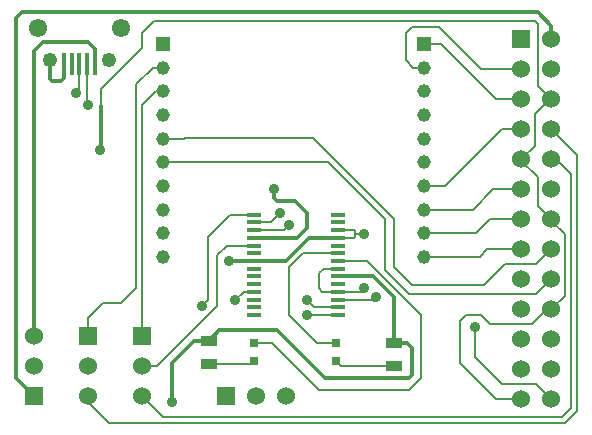
<source format=gtl>
G04 (created by PCBNEW (2013-jul-07)-stable) date ma 14. heinäkuuta 2014 13.19.26*
%MOIN*%
G04 Gerber Fmt 3.4, Leading zero omitted, Abs format*
%FSLAX34Y34*%
G01*
G70*
G90*
G04 APERTURE LIST*
%ADD10C,0.00590551*%
%ADD11R,0.05X0.016*%
%ADD12R,0.06X0.06*%
%ADD13C,0.06*%
%ADD14C,0.0453*%
%ADD15R,0.0453X0.0453*%
%ADD16R,0.055X0.035*%
%ADD17R,0.0314X0.0314*%
%ADD18R,0.0157X0.0728*%
%ADD19C,0.0492*%
%ADD20C,0.061*%
%ADD21C,0.035*%
%ADD22C,0.012*%
%ADD23C,0.008*%
G04 APERTURE END LIST*
G54D10*
G54D11*
X29850Y-16850D03*
X29850Y-17100D03*
X29850Y-17360D03*
X29850Y-17620D03*
X29850Y-17870D03*
X29850Y-18130D03*
X29850Y-18390D03*
X29850Y-18640D03*
X29850Y-18900D03*
X29850Y-19150D03*
X29850Y-19410D03*
X29850Y-19670D03*
X29850Y-19920D03*
X29850Y-20180D03*
X32650Y-20180D03*
X32650Y-19920D03*
X32650Y-19680D03*
X32650Y-19410D03*
X32650Y-19150D03*
X32650Y-18900D03*
X32650Y-18640D03*
X32650Y-18390D03*
X32650Y-18130D03*
X32650Y-17870D03*
X32650Y-17620D03*
X32650Y-17360D03*
X32650Y-17100D03*
X32650Y-16850D03*
G54D12*
X22500Y-22900D03*
G54D13*
X22500Y-21900D03*
X22500Y-20900D03*
G54D12*
X26100Y-20900D03*
G54D13*
X26100Y-21900D03*
X26100Y-22900D03*
G54D12*
X24300Y-20900D03*
G54D13*
X24300Y-21900D03*
X24300Y-22900D03*
G54D12*
X38750Y-11000D03*
G54D13*
X39750Y-11000D03*
X38750Y-12000D03*
X39750Y-12000D03*
X38750Y-13000D03*
X39750Y-13000D03*
X38750Y-14000D03*
X39750Y-14000D03*
X38750Y-15000D03*
X39750Y-15000D03*
X38750Y-16000D03*
X39750Y-16000D03*
X38750Y-17000D03*
X39750Y-17000D03*
X38750Y-18000D03*
X39750Y-18000D03*
X38750Y-19000D03*
X39750Y-19000D03*
X38750Y-20000D03*
X39750Y-20000D03*
X38750Y-21000D03*
X39750Y-21000D03*
X38750Y-22000D03*
X39750Y-22000D03*
X38750Y-23000D03*
X39750Y-23000D03*
G54D14*
X26800Y-18243D03*
X26800Y-15094D03*
X26800Y-15881D03*
X26800Y-16669D03*
X26800Y-17456D03*
X26800Y-14306D03*
X26800Y-13519D03*
X26800Y-12731D03*
G54D15*
X26800Y-11157D03*
G54D14*
X26800Y-11944D03*
X35500Y-18243D03*
X35500Y-15094D03*
X35500Y-15881D03*
X35500Y-16669D03*
X35500Y-17456D03*
X35500Y-14306D03*
X35500Y-13519D03*
X35500Y-12731D03*
G54D15*
X35500Y-11157D03*
G54D14*
X35500Y-11944D03*
G54D16*
X34500Y-21125D03*
X34500Y-21875D03*
X28320Y-21055D03*
X28320Y-21805D03*
G54D17*
X32570Y-21135D03*
X32570Y-21725D03*
X29820Y-21135D03*
X29820Y-21725D03*
G54D18*
X24015Y-11810D03*
X23759Y-11810D03*
X23503Y-11810D03*
X24271Y-11810D03*
X24527Y-11810D03*
G54D19*
X23031Y-11692D03*
X24999Y-11692D03*
G54D20*
X22637Y-10629D03*
X25393Y-10629D03*
G54D12*
X28900Y-22900D03*
G54D13*
X29900Y-22900D03*
X30900Y-22900D03*
G54D21*
X30500Y-16000D03*
X33900Y-19600D03*
X27100Y-23100D03*
X37200Y-20600D03*
X24700Y-14700D03*
X33500Y-17500D03*
X33500Y-19300D03*
X29000Y-18400D03*
X28100Y-19900D03*
X31600Y-20200D03*
X23900Y-12800D03*
X29200Y-19700D03*
X31000Y-17200D03*
X30700Y-16800D03*
X24300Y-13200D03*
X31600Y-19700D03*
G54D22*
X29850Y-17620D02*
X31280Y-17620D01*
X30500Y-16300D02*
X30500Y-16000D01*
X30600Y-16400D02*
X30500Y-16300D01*
X31200Y-16400D02*
X30600Y-16400D01*
X31600Y-16800D02*
X31200Y-16400D01*
X31600Y-17300D02*
X31600Y-16800D01*
X31280Y-17620D02*
X31600Y-17300D01*
G54D23*
X32650Y-19680D02*
X33820Y-19680D01*
G54D22*
X33820Y-19680D02*
X33900Y-19600D01*
X28320Y-21055D02*
X27845Y-21055D01*
X27100Y-21800D02*
X27100Y-23100D01*
X27845Y-21055D02*
X27100Y-21800D01*
X34500Y-21125D02*
X34925Y-21125D01*
X34925Y-21125D02*
X35100Y-21300D01*
X35100Y-21300D02*
X35100Y-22200D01*
X35100Y-22200D02*
X35000Y-22300D01*
X35000Y-22300D02*
X32200Y-22300D01*
X32200Y-22300D02*
X30600Y-20700D01*
X30600Y-20700D02*
X28675Y-20700D01*
X28675Y-20700D02*
X28320Y-21055D01*
X32650Y-18900D02*
X33800Y-18900D01*
X33800Y-18900D02*
X34500Y-19600D01*
X34500Y-19600D02*
X34500Y-21125D01*
G54D23*
X35500Y-16669D02*
X37131Y-16669D01*
X37800Y-16000D02*
X38750Y-16000D01*
X37131Y-16669D02*
X37800Y-16000D01*
X35500Y-17456D02*
X37244Y-17456D01*
X37700Y-17000D02*
X38750Y-17000D01*
X37244Y-17456D02*
X37700Y-17000D01*
X35500Y-18243D02*
X37357Y-18243D01*
X37600Y-18000D02*
X38750Y-18000D01*
X37357Y-18243D02*
X37600Y-18000D01*
X35500Y-11157D02*
X36057Y-11157D01*
X37900Y-13000D02*
X38750Y-13000D01*
X36057Y-11157D02*
X37900Y-13000D01*
X38750Y-12000D02*
X37400Y-12000D01*
X35144Y-11944D02*
X35500Y-11944D01*
X34900Y-11700D02*
X35144Y-11944D01*
X34900Y-10800D02*
X34900Y-11700D01*
X35100Y-10600D02*
X34900Y-10800D01*
X36000Y-10600D02*
X35100Y-10600D01*
X37400Y-12000D02*
X36000Y-10600D01*
X26800Y-14306D02*
X27506Y-14306D01*
X39250Y-18500D02*
X39750Y-18000D01*
X38200Y-18500D02*
X39250Y-18500D01*
X37500Y-19200D02*
X38200Y-18500D01*
X35100Y-19200D02*
X37500Y-19200D01*
X34500Y-18600D02*
X35100Y-19200D01*
X34500Y-17000D02*
X34500Y-18600D01*
X31800Y-14300D02*
X34500Y-17000D01*
X27500Y-14300D02*
X31800Y-14300D01*
X27506Y-14306D02*
X27500Y-14300D01*
X35500Y-15881D02*
X36219Y-15881D01*
X38100Y-14000D02*
X38750Y-14000D01*
X36219Y-15881D02*
X38100Y-14000D01*
X39250Y-22500D02*
X39750Y-23000D01*
X38100Y-22500D02*
X39250Y-22500D01*
X37200Y-21600D02*
X38100Y-22500D01*
X37200Y-20600D02*
X37200Y-21600D01*
X26800Y-12731D02*
X26569Y-12731D01*
X26100Y-13200D02*
X26100Y-20900D01*
X26569Y-12731D02*
X26100Y-13200D01*
X32300Y-15100D02*
X26806Y-15100D01*
X32300Y-15100D02*
X34200Y-17000D01*
X34200Y-17000D02*
X34200Y-18700D01*
X34200Y-18700D02*
X35000Y-19500D01*
X35000Y-19500D02*
X39250Y-19500D01*
X39750Y-19000D02*
X39250Y-19500D01*
X26806Y-15100D02*
X26800Y-15094D01*
X24300Y-20900D02*
X24300Y-20300D01*
X26456Y-11944D02*
X26800Y-11944D01*
X25900Y-12500D02*
X26456Y-11944D01*
X25900Y-19300D02*
X25900Y-12500D01*
X25400Y-19800D02*
X25900Y-19300D01*
X24800Y-19800D02*
X25400Y-19800D01*
X24300Y-20300D02*
X24800Y-19800D01*
X39750Y-15000D02*
X39900Y-15000D01*
X26800Y-23600D02*
X26100Y-22900D01*
X40100Y-23600D02*
X26800Y-23600D01*
X40400Y-23300D02*
X40100Y-23600D01*
X40400Y-15500D02*
X40400Y-23300D01*
X39900Y-15000D02*
X40400Y-15500D01*
X24300Y-22900D02*
X24300Y-23100D01*
X40600Y-14850D02*
X39750Y-14000D01*
X40600Y-23400D02*
X40600Y-14850D01*
X24300Y-23100D02*
X25000Y-23800D01*
X40200Y-23800D02*
X40600Y-23400D01*
X25000Y-23800D02*
X40200Y-23800D01*
G54D22*
X23503Y-11810D02*
X23503Y-12296D01*
X23031Y-12331D02*
X23031Y-11692D01*
X23100Y-12400D02*
X23031Y-12331D01*
X23400Y-12400D02*
X23100Y-12400D01*
X23503Y-12296D02*
X23400Y-12400D01*
X24752Y-14648D02*
X24700Y-14700D01*
G54D23*
X24752Y-13234D02*
X24752Y-12648D01*
X39300Y-12550D02*
X39750Y-13000D01*
X39300Y-10500D02*
X39300Y-12550D01*
X39200Y-10400D02*
X39300Y-10500D01*
X26500Y-10400D02*
X39200Y-10400D01*
X26100Y-10800D02*
X26500Y-10400D01*
X26100Y-11300D02*
X26100Y-10800D01*
X24752Y-12648D02*
X26100Y-11300D01*
G54D22*
X24752Y-13234D02*
X24752Y-14648D01*
G54D23*
X32650Y-19410D02*
X33390Y-19410D01*
X33500Y-17500D02*
X33200Y-17500D01*
X33390Y-19410D02*
X33500Y-19300D01*
X32650Y-17620D02*
X33180Y-17620D01*
X33200Y-17600D02*
X33200Y-17500D01*
X33180Y-17620D02*
X33200Y-17600D01*
X33200Y-17500D02*
X33200Y-17400D01*
X33200Y-17400D02*
X33160Y-17360D01*
X33160Y-17360D02*
X32650Y-17360D01*
X32650Y-19410D02*
X32110Y-19410D01*
X32160Y-18640D02*
X32650Y-18640D01*
X32000Y-18800D02*
X32160Y-18640D01*
X32000Y-19300D02*
X32000Y-18800D01*
X32110Y-19410D02*
X32000Y-19300D01*
G54D22*
X29850Y-18390D02*
X30910Y-18390D01*
X30910Y-18390D02*
X31680Y-17620D01*
X31680Y-17620D02*
X32650Y-17620D01*
G54D23*
X39750Y-20000D02*
X39600Y-20000D01*
X37900Y-23000D02*
X38750Y-23000D01*
X36700Y-21800D02*
X37900Y-23000D01*
X36700Y-20400D02*
X36700Y-21800D01*
X36900Y-20200D02*
X36700Y-20400D01*
X37400Y-20200D02*
X36900Y-20200D01*
X37700Y-20500D02*
X37400Y-20200D01*
X39100Y-20500D02*
X37700Y-20500D01*
X39600Y-20000D02*
X39100Y-20500D01*
G54D22*
X29000Y-18400D02*
X29010Y-18390D01*
X29010Y-18390D02*
X29850Y-18390D01*
G54D23*
X39750Y-17000D02*
X39750Y-17050D01*
X40200Y-19550D02*
X39750Y-20000D01*
X40200Y-17500D02*
X40200Y-19550D01*
X39750Y-17050D02*
X40200Y-17500D01*
X38750Y-15000D02*
X38750Y-15050D01*
X39300Y-16550D02*
X39750Y-17000D01*
X39300Y-15600D02*
X39300Y-16550D01*
X38750Y-15050D02*
X39300Y-15600D01*
X39750Y-13000D02*
X39700Y-13000D01*
X39700Y-13000D02*
X39200Y-13500D01*
X39200Y-13500D02*
X39200Y-14550D01*
X39200Y-14550D02*
X38750Y-15000D01*
X26100Y-21900D02*
X26600Y-21900D01*
X28930Y-17870D02*
X29850Y-17870D01*
X28600Y-18200D02*
X28930Y-17870D01*
X28600Y-19900D02*
X28600Y-18200D01*
X26600Y-21900D02*
X28600Y-19900D01*
X29850Y-16850D02*
X29050Y-16850D01*
X28300Y-19700D02*
X28100Y-19900D01*
X28300Y-17600D02*
X28300Y-19700D01*
X29050Y-16850D02*
X28300Y-17600D01*
X32650Y-18130D02*
X31470Y-18130D01*
X31935Y-21135D02*
X32570Y-21135D01*
X31000Y-20200D02*
X31935Y-21135D01*
X31000Y-18600D02*
X31000Y-20200D01*
X31470Y-18130D02*
X31000Y-18600D01*
X24015Y-11810D02*
X24015Y-12684D01*
X31620Y-20180D02*
X32650Y-20180D01*
X31600Y-20200D02*
X31620Y-20180D01*
X24015Y-12684D02*
X23900Y-12800D01*
X29850Y-19410D02*
X29490Y-19410D01*
X29490Y-19410D02*
X29200Y-19700D01*
X29850Y-17360D02*
X30840Y-17360D01*
X30840Y-17360D02*
X31000Y-17200D01*
X29850Y-17100D02*
X30400Y-17100D01*
X30400Y-17100D02*
X30700Y-16800D01*
G54D22*
X39750Y-11000D02*
X39750Y-10550D01*
X21900Y-22300D02*
X22500Y-22900D01*
X21900Y-10300D02*
X21900Y-22300D01*
X22100Y-10100D02*
X21900Y-10300D01*
X39300Y-10100D02*
X22100Y-10100D01*
X39750Y-10550D02*
X39300Y-10100D01*
X24527Y-11810D02*
X24527Y-11327D01*
X22500Y-11400D02*
X22500Y-20900D01*
X22800Y-11100D02*
X22500Y-11400D01*
X24300Y-11100D02*
X22800Y-11100D01*
X24527Y-11327D02*
X24300Y-11100D01*
G54D23*
X32650Y-19920D02*
X31820Y-19920D01*
X24271Y-13171D02*
X24271Y-11810D01*
X24300Y-13200D02*
X24271Y-13171D01*
X31820Y-19920D02*
X31600Y-19700D01*
X28320Y-21805D02*
X29740Y-21805D01*
X29740Y-21805D02*
X29820Y-21725D01*
X34500Y-21875D02*
X32720Y-21875D01*
X32720Y-21875D02*
X32570Y-21725D01*
X32650Y-18390D02*
X33590Y-18390D01*
X35400Y-20400D02*
X35400Y-22300D01*
X35400Y-22300D02*
X35000Y-22700D01*
X35000Y-22700D02*
X32000Y-22700D01*
X30435Y-21135D02*
X29820Y-21135D01*
X31900Y-22600D02*
X30435Y-21135D01*
X32000Y-22700D02*
X31900Y-22600D01*
X35400Y-20200D02*
X35400Y-20400D01*
X33590Y-18390D02*
X35400Y-20200D01*
M02*

</source>
